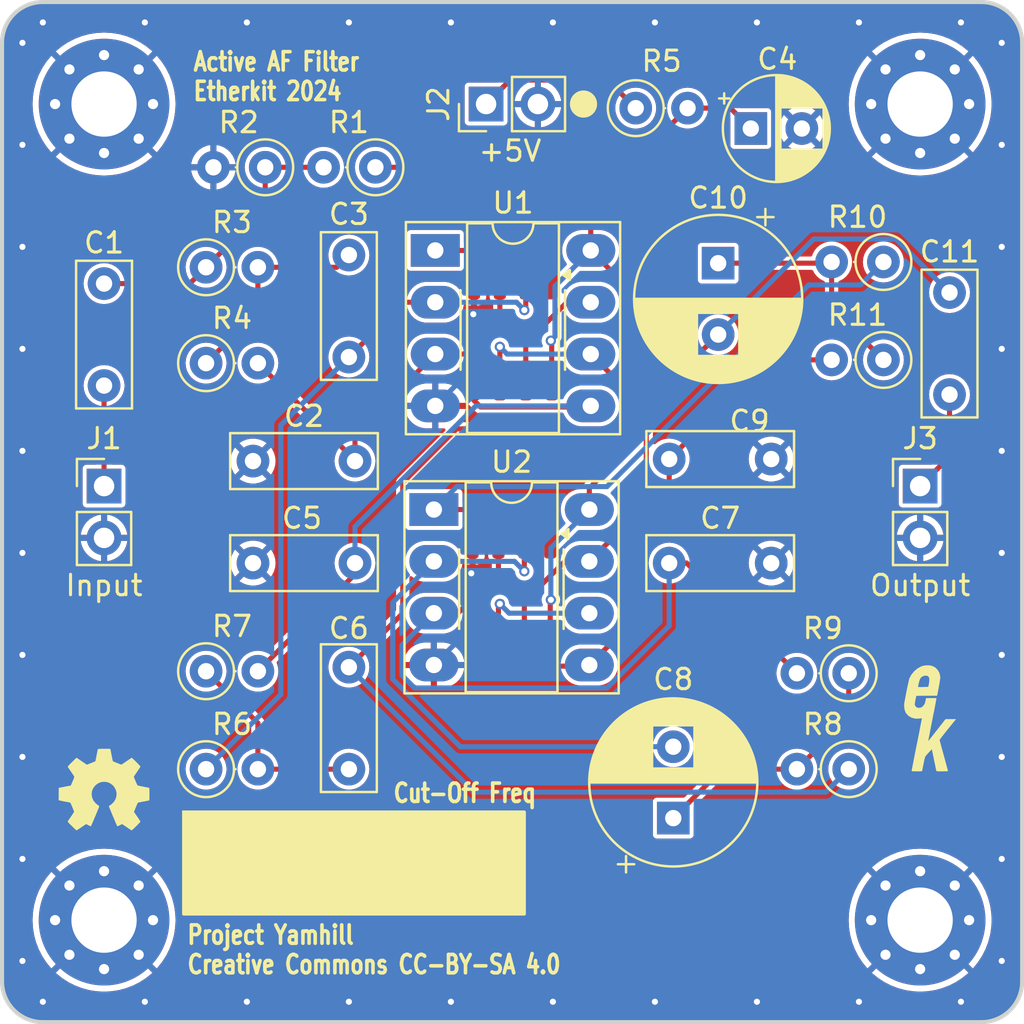
<source format=kicad_pcb>
(kicad_pcb (version 20240108) (generator "pcbnew") (generator_version "8.0")
  (title_block (title "Project Yamhill") (date "2024-03-20") (rev "B") (company "Etherkit"))
  (layers (0 "F.Cu" signal) (31 "B.Cu" signal) (34 "B.Paste" user) (35 "F.Paste" user) (36 "B.SilkS" user "B.Silkscreen") (37 "F.SilkS" user "F.Silkscreen") (38 "B.Mask" user) (39 "F.Mask" user) (44 "Edge.Cuts" user))
  (net 0 "")
  (net 1 "GND")
  (net 2 "Net-(J1-Pin_1)")
  (net 3 "Net-(C1-Pad2)")
  (net 4 "Net-(U1A-+)")
  (net 5 "Net-(C3-Pad1)")
  (net 6 "Net-(U1A--)")
  (net 7 "Net-(U1A-V+)")
  (net 8 "Net-(U1B-+)")
  (net 9 "Net-(C6-Pad1)")
  (net 10 "Net-(U1B--)")
  (net 11 "Net-(C8-Pad1)")
  (net 12 "Net-(C10-Pad1)")
  (net 13 "Net-(J3-Pin_1)")
  (net 14 "Net-(J2-Pin_1)")
  (net 15 "Net-(U2A-+)")
  (net 16 "Net-(U2A--)")
  (net 17 "Net-(U2B-+)")
  (net 18 "Net-(U2B--)")
  (footprint "EtherkitKicadLibrary:DIP-8_SOIC-8_Combo" (layer "F.Cu") (at 121.165 74.875)
    (property "Reference" "U2" (at 3.81 -2.33 0) (layer "F.SilkS"))
    (property "Value" "TLV9362")
    (pad "1" thru_hole rect (at 0 0) (size 2.4 1.6) (drill 0.8) (layers "*.Cu" "*.Mask") (net 16 "Net-(U2A--)"))
    (pad "1" smd roundrect (at 5.705 1.425 270) (size 1.95 0.6) (layers "F.Cu" "F.Paste" "F.Mask") (net 16 "Net-(U2A--)"))
    (pad "2" thru_hole oval (at 0 2.54) (size 2.4 1.6) (drill 0.8) (layers "*.Cu" "*.Mask") (net 16 "Net-(U2A--)"))
    (pad "2" smd roundrect (at 4.435 1.425 270) (size 1.95 0.6) (layers "F.Cu" "F.Paste" "F.Mask") (net 16 "Net-(U2A--)"))
    (pad "3" thru_hole oval (at 0 5.08) (size 2.4 1.6) (drill 0.8) (layers "*.Cu" "*.Mask") (net 15 "Net-(U2A-+)"))
    (pad "3" smd roundrect (at 3.165 1.425 270) (size 1.95 0.6) (layers "F.Cu" "F.Paste" "F.Mask") (net 15 "Net-(U2A-+)"))
    (pad "4" thru_hole oval (at 0 7.62) (size 2.4 1.6) (drill 0.8) (layers "*.Cu" "*.Mask") (net 1 "GND"))
    (pad "4" smd roundrect (at 1.895 1.425 270) (size 1.95 0.6) (layers "F.Cu" "F.Paste" "F.Mask") (net 1 "GND"))
    (pad "5" smd roundrect (at 1.895 6.375 270) (size 1.95 0.6) (layers "F.Cu" "F.Paste" "F.Mask") (net 17 "Net-(U2B-+)"))
    (pad "5" thru_hole oval (at 7.62 7.62) (size 2.4 1.6) (drill 0.8) (layers "*.Cu" "*.Mask") (net 17 "Net-(U2B-+)"))
    (pad "6" smd roundrect (at 3.165 6.375 270) (size 1.95 0.6) (layers "F.Cu" "F.Paste" "F.Mask") (net 18 "Net-(U2B--)"))
    (pad "6" thru_hole oval (at 7.62 5.08) (size 2.4 1.6) (drill 0.8) (layers "*.Cu" "*.Mask") (net 18 "Net-(U2B--)"))
    (pad "7" smd roundrect (at 4.435 6.375 270) (size 1.95 0.6) (layers "F.Cu" "F.Paste" "F.Mask") (net 18 "Net-(U2B--)"))
    (pad "7" thru_hole oval (at 7.62 2.54) (size 2.4 1.6) (drill 0.8) (layers "*.Cu" "*.Mask") (net 18 "Net-(U2B--)"))
    (pad "8" smd roundrect (at 5.705 6.375 270) (size 1.95 0.6) (layers "F.Cu" "F.Paste" "F.Mask") (net 7 "Net-(U1A-V+)"))
    (pad "8" thru_hole oval (at 7.62 0) (size 2.4 1.6) (drill 0.8) (layers "*.Cu" "*.Mask") (net 7 "Net-(U1A-V+)"))
  )
  (footprint "Capacitor_THT:CP_Radial_D5.0mm_P2.50mm" (layer "F.Cu") (at 136.7 56.2)
    (property "Reference" "C4" (at 1.3 -3.4 0) (layer "F.SilkS"))
    (property "Value" "10u ")
    (pad "1" thru_hole rect (at 0 0) (size 1.6 1.6) (drill 0.8) (layers "*.Cu" "*.Mask") (net 7 "Net-(U1A-V+)"))
    (pad "2" thru_hole circle (at 2.5 0) (size 1.6 1.6) (drill 0.8) (layers "*.Cu" "*.Mask") (net 1 "GND"))
  )
  (footprint "Capacitor_THT:CP_Radial_D8.0mm_P3.50mm" (layer "F.Cu") (at 135.1 62.8 -90)
    (property "Reference" "C10" (at -3.2 0 0) (layer "F.SilkS"))
    (property "Value" "C_Small")
    (pad "1" thru_hole rect (at 0 0 270) (size 1.6 1.6) (drill 0.8) (layers "*.Cu" "*.Mask") (net 12 "Net-(C10-Pad1)"))
    (pad "2" thru_hole circle (at 3.5 0 270) (size 1.6 1.6) (drill 0.8) (layers "*.Cu" "*.Mask") (net 18 "Net-(U2B--)"))
  )
  (footprint "Capacitor_THT:C_Rect_L7.0mm_W2.5mm_P5.00mm" (layer "F.Cu") (at 117 87.6 90)
    (property "Reference" "C6" (at 6.9 0 180) (layer "F.SilkS"))
    (property "Value" "C_Small")
    (pad "1" thru_hole circle (at 0 0 90) (size 1.6 1.6) (drill 0.8) (layers "*.Cu" "*.Mask") (net 9 "Net-(C6-Pad1)"))
    (pad "2" thru_hole circle (at 5 0 90) (size 1.6 1.6) (drill 0.8) (layers "*.Cu" "*.Mask") (net 10 "Net-(U1B--)"))
  )
  (footprint "Resistor_THT:R_Axial_DIN0207_L6.3mm_D2.5mm_P2.54mm_Vertical" (layer "F.Cu") (at 118.3 58.1 180)
    (property "Reference" "R1" (at 1.3 2.2 0) (layer "F.SilkS"))
    (property "Value" "10k")
    (pad "1" thru_hole circle (at 0 0 180) (size 1.6 1.6) (drill 0.8) (layers "*.Cu" "*.Mask") (net 7 "Net-(U1A-V+)"))
    (pad "2" thru_hole oval (at 2.54 0 180) (size 1.6 1.6) (drill 0.8) (layers "*.Cu" "*.Mask") (net 3 "Net-(C1-Pad2)"))
  )
  (footprint "Capacitor_THT:C_Rect_L7.0mm_W2.5mm_P5.00mm" (layer "F.Cu") (at 146.44 64.24 -90)
    (property "Reference" "C11" (at -2 0 180) (layer "F.SilkS"))
    (property "Value" "1u")
    (pad "1" thru_hole circle (at 0 0 270) (size 1.6 1.6) (drill 0.8) (layers "*.Cu" "*.Mask") (net 18 "Net-(U2B--)"))
    (pad "2" thru_hole circle (at 5 0 270) (size 1.6 1.6) (drill 0.8) (layers "*.Cu" "*.Mask") (net 13 "Net-(J3-Pin_1)"))
  )
  (footprint "Capacitor_THT:C_Rect_L7.0mm_W2.5mm_P5.00mm" (layer "F.Cu") (at 117.3 77.5 180)
    (property "Reference" "C5" (at 2.6 2.2 0) (layer "F.SilkS"))
    (property "Value" "C_Small")
    (pad "1" thru_hole circle (at 0 0 180) (size 1.6 1.6) (drill 0.8) (layers "*.Cu" "*.Mask") (net 8 "Net-(U1B-+)"))
    (pad "2" thru_hole circle (at 5 0 180) (size 1.6 1.6) (drill 0.8) (layers "*.Cu" "*.Mask") (net 1 "GND"))
  )
  (footprint "Capacitor_THT:C_Rect_L7.0mm_W2.5mm_P5.00mm" (layer "F.Cu") (at 132.7 72.4)
    (property "Reference" "C9" (at 3.94 -1.86 0) (layer "F.SilkS"))
    (property "Value" "C_Small")
    (pad "1" thru_hole circle (at 0 0) (size 1.6 1.6) (drill 0.8) (layers "*.Cu" "*.Mask") (net 17 "Net-(U2B-+)"))
    (pad "2" thru_hole circle (at 5 0) (size 1.6 1.6) (drill 0.8) (layers "*.Cu" "*.Mask") (net 1 "GND"))
  )
  (footprint "Resistor_THT:R_Axial_DIN0207_L6.3mm_D2.5mm_P2.54mm_Vertical" (layer "F.Cu") (at 141.5 87.6 180)
    (property "Reference" "R8" (at 1.27 2.2 0) (layer "F.SilkS"))
    (property "Value" "R_US")
    (pad "1" thru_hole circle (at 0 0 180) (size 1.6 1.6) (drill 0.8) (layers "*.Cu" "*.Mask") (net 10 "Net-(U1B--)"))
    (pad "2" thru_hole oval (at 2.54 0 180) (size 1.6 1.6) (drill 0.8) (layers "*.Cu" "*.Mask") (net 11 "Net-(C8-Pad1)"))
  )
  (footprint "Connector_PinHeader_2.54mm:PinHeader_1x02_P2.54mm_Vertical" (layer "F.Cu") (at 145 73.725)
    (property "Reference" "J3" (at 0 -2.33 0) (layer "F.SilkS"))
    (property "Value" "Output" (at 0 4.87 0) (layer "F.SilkS"))
    (pad "1" thru_hole rect (at 0 0) (size 1.7 1.7) (drill 1) (layers "*.Cu" "*.Mask") (net 13 "Net-(J3-Pin_1)"))
    (pad "2" thru_hole oval (at 0 2.54) (size 1.7 1.7) (drill 1) (layers "*.Cu" "*.Mask") (net 1 "GND"))
  )
  (footprint "Resistor_THT:R_Axial_DIN0207_L6.3mm_D2.5mm_P2.54mm_Vertical" (layer "F.Cu") (at 110 67.7)
    (property "Reference" "R4" (at 1.27 -2.2 0) (layer "F.SilkS"))
    (property "Value" "R_US")
    (pad "1" thru_hole circle (at 0 0) (size 1.6 1.6) (drill 0.8) (layers "*.Cu" "*.Mask") (net 5 "Net-(C3-Pad1)"))
    (pad "2" thru_hole oval (at 2.54 0) (size 1.6 1.6) (drill 0.8) (layers "*.Cu" "*.Mask") (net 4 "Net-(U1A-+)"))
  )
  (footprint "Resistor_THT:R_Axial_DIN0207_L6.3mm_D2.5mm_P2.54mm_Vertical" (layer "F.Cu") (at 110 82.8)
    (property "Reference" "R7" (at 1.27 -2.2 0) (layer "F.SilkS"))
    (property "Value" "R_US")
    (pad "1" thru_hole circle (at 0 0) (size 1.6 1.6) (drill 0.8) (layers "*.Cu" "*.Mask") (net 9 "Net-(C6-Pad1)"))
    (pad "2" thru_hole oval (at 2.54 0) (size 1.6 1.6) (drill 0.8) (layers "*.Cu" "*.Mask") (net 8 "Net-(U1B-+)"))
  )
  (footprint "EtherkitKicadLibrary:OSHWLogo4mm" (layer "F.Cu") (at 105 88.6)
    (property "Reference" "G***" (hide yes))
    (property "Value" "LOGO" (hide yes))
  )
  (footprint "MountingHole:MountingHole_3.2mm_M3_Pad_Via" (layer "F.Cu") (at 105 55)
    (property "Reference" "H1" (hide yes))
    (property "Value" "MountingHole_Pad" (hide yes))
    (pad "1" thru_hole circle (at -2.4 0) (size 0.8 0.8) (drill 0.5) (layers "*.Cu" "*.Mask") (net 1 "GND"))
    (pad "1" thru_hole circle (at -1.697056 -1.697056) (size 0.8 0.8) (drill 0.5) (layers "*.Cu" "*.Mask") (net 1 "GND"))
    (pad "1" thru_hole circle (at -1.697056 1.697056) (size 0.8 0.8) (drill 0.5) (layers "*.Cu" "*.Mask") (net 1 "GND"))
    (pad "1" thru_hole circle (at 0 -2.4) (size 0.8 0.8) (drill 0.5) (layers "*.Cu" "*.Mask") (net 1 "GND"))
    (pad "1" thru_hole circle (at 0 0) (size 6.4 6.4) (drill 3.2) (layers "*.Cu" "*.Mask") (net 1 "GND"))
    (pad "1" thru_hole circle (at 0 2.4) (size 0.8 0.8) (drill 0.5) (layers "*.Cu" "*.Mask") (net 1 "GND"))
    (pad "1" thru_hole circle (at 1.697056 -1.697056) (size 0.8 0.8) (drill 0.5) (layers "*.Cu" "*.Mask") (net 1 "GND"))
    (pad "1" thru_hole circle (at 1.697056 1.697056) (size 0.8 0.8) (drill 0.5) (layers "*.Cu" "*.Mask") (net 1 "GND"))
    (pad "1" thru_hole circle (at 2.4 0) (size 0.8 0.8) (drill 0.5) (layers "*.Cu" "*.Mask") (net 1 "GND"))
  )
  (footprint "Connector_PinHeader_2.54mm:PinHeader_1x02_P2.54mm_Vertical" (layer "F.Cu") (at 123.725 55 90)
    (property "Reference" "J2" (at 0 -2.33 90) (layer "F.SilkS"))
    (property "Value" "+5V" (at -2.3 1.175 180) (layer "F.SilkS"))
    (pad "1" thru_hole rect (at 0 0 90) (size 1.7 1.7) (drill 1) (layers "*.Cu" "*.Mask") (net 14 "Net-(J2-Pin_1)"))
    (pad "2" thru_hole oval (at 0 2.54 90) (size 1.7 1.7) (drill 1) (layers "*.Cu" "*.Mask") (net 1 "GND"))
  )
  (footprint "Resistor_THT:R_Axial_DIN0207_L6.3mm_D2.5mm_P2.54mm_Vertical" (layer "F.Cu") (at 143.2 62.74 180)
    (property "Reference" "R10" (at 1.27 2.2 0) (layer "F.SilkS"))
    (property "Value" "R_US")
    (pad "1" thru_hole circle (at 0 0 180) (size 1.6 1.6) (drill 0.8) (layers "*.Cu" "*.Mask") (net 16 "Net-(U2A--)"))
    (pad "2" thru_hole oval (at 2.54 0 180) (size 1.6 1.6) (drill 0.8) (layers "*.Cu" "*.Mask") (net 12 "Net-(C10-Pad1)"))
  )
  (footprint "Capacitor_THT:C_Rect_L7.0mm_W2.5mm_P5.00mm" (layer "F.Cu") (at 117.3 72.5 180)
    (property "Reference" "C2" (at 2.5 2.2 0) (layer "F.SilkS"))
    (property "Value" "C_Small")
    (pad "1" thru_hole circle (at 0 0 180) (size 1.6 1.6) (drill 0.8) (layers "*.Cu" "*.Mask") (net 4 "Net-(U1A-+)"))
    (pad "2" thru_hole circle (at 5 0 180) (size 1.6 1.6) (drill 0.8) (layers "*.Cu" "*.Mask") (net 1 "GND"))
  )
  (footprint "Resistor_THT:R_Axial_DIN0207_L6.3mm_D2.5mm_P2.54mm_Vertical" (layer "F.Cu") (at 110 63)
    (property "Reference" "R3" (at 1.27 -2.2 0) (layer "F.SilkS"))
    (property "Value" "R_US")
    (pad "1" thru_hole circle (at 0 0) (size 1.6 1.6) (drill 0.8) (layers "*.Cu" "*.Mask") (net 3 "Net-(C1-Pad2)"))
    (pad "2" thru_hole oval (at 2.54 0) (size 1.6 1.6) (drill 0.8) (layers "*.Cu" "*.Mask") (net 5 "Net-(C3-Pad1)"))
  )
  (footprint "MountingHole:MountingHole_3.2mm_M3_Pad_Via" (layer "F.Cu") (at 145 55)
    (property "Reference" "H4" (hide yes))
    (property "Value" "MountingHole_Pad" (hide yes))
    (pad "1" thru_hole circle (at -2.4 0) (size 0.8 0.8) (drill 0.5) (layers "*.Cu" "*.Mask") (net 1 "GND"))
    (pad "1" thru_hole circle (at -1.697056 -1.697056) (size 0.8 0.8) (drill 0.5) (layers "*.Cu" "*.Mask") (net 1 "GND"))
    (pad "1" thru_hole circle (at -1.697056 1.697056) (size 0.8 0.8) (drill 0.5) (layers "*.Cu" "*.Mask") (net 1 "GND"))
    (pad "1" thru_hole circle (at 0 -2.4) (size 0.8 0.8) (drill 0.5) (layers "*.Cu" "*.Mask") (net 1 "GND"))
    (pad "1" thru_hole circle (at 0 0) (size 6.4 6.4) (drill 3.2) (layers "*.Cu" "*.Mask") (net 1 "GND"))
    (pad "1" thru_hole circle (at 0 2.4) (size 0.8 0.8) (drill 0.5) (layers "*.Cu" "*.Mask") (net 1 "GND"))
    (pad "1" thru_hole circle (at 1.697056 -1.697056) (size 0.8 0.8) (drill 0.5) (layers "*.Cu" "*.Mask") (net 1 "GND"))
    (pad "1" thru_hole circle (at 1.697056 1.697056) (size 0.8 0.8) (drill 0.5) (layers "*.Cu" "*.Mask") (net 1 "GND"))
    (pad "1" thru_hole circle (at 2.4 0) (size 0.8 0.8) (drill 0.5) (layers "*.Cu" "*.Mask") (net 1 "GND"))
  )
  (footprint "Resistor_THT:R_Axial_DIN0207_L6.3mm_D2.5mm_P2.54mm_Vertical" (layer "F.Cu") (at 110 87.6)
    (property "Reference" "R6" (at 1.27 -2.2 0) (layer "F.SilkS"))
    (property "Value" "R_US")
    (pad "1" thru_hole circle (at 0 0) (size 1.6 1.6) (drill 0.8) (layers "*.Cu" "*.Mask") (net 6 "Net-(U1A--)"))
    (pad "2" thru_hole oval (at 2.54 0) (size 1.6 1.6) (drill 0.8) (layers "*.Cu" "*.Mask") (net 9 "Net-(C6-Pad1)"))
  )
  (footprint "Resistor_THT:R_Axial_DIN0207_L6.3mm_D2.5mm_P2.54mm_Vertical" (layer "F.Cu") (at 141.5 82.9 180)
    (property "Reference" "R9" (at 1.27 2.2 0) (layer "F.SilkS"))
    (property "Value" "R_US")
    (pad "1" thru_hole circle (at 0 0 180) (size 1.6 1.6) (drill 0.8) (layers "*.Cu" "*.Mask") (net 11 "Net-(C8-Pad1)"))
    (pad "2" thru_hole oval (at 2.54 0 180) (size 1.6 1.6) (drill 0.8) (layers "*.Cu" "*.Mask") (net 15 "Net-(U2A-+)"))
  )
  (footprint "Resistor_THT:R_Axial_DIN0207_L6.3mm_D2.5mm_P2.54mm_Vertical" (layer "F.Cu") (at 143.2 67.54 180)
    (property "Reference" "R11" (at 1.27 2.2 0) (layer "F.SilkS"))
    (property "Value" "R_US")
    (pad "1" thru_hole circle (at 0 0 180) (size 1.6 1.6) (drill 0.8) (layers "*.Cu" "*.Mask") (net 12 "Net-(C10-Pad1)"))
    (pad "2" thru_hole oval (at 2.54 0 180) (size 1.6 1.6) (drill 0.8) (layers "*.Cu" "*.Mask") (net 17 "Net-(U2B-+)"))
  )
  (footprint "MountingHole:MountingHole_3.2mm_M3_Pad_Via" (layer "F.Cu") (at 145 95)
    (property "Reference" "H3" (hide yes))
    (property "Value" "MountingHole_Pad" (hide yes))
    (pad "1" thru_hole circle (at -2.4 0) (size 0.8 0.8) (drill 0.5) (layers "*.Cu" "*.Mask") (net 1 "GND"))
    (pad "1" thru_hole circle (at -1.697056 -1.697056) (size 0.8 0.8) (drill 0.5) (layers "*.Cu" "*.Mask") (net 1 "GND"))
    (pad "1" thru_hole circle (at -1.697056 1.697056) (size 0.8 0.8) (drill 0.5) (layers "*.Cu" "*.Mask") (net 1 "GND"))
    (pad "1" thru_hole circle (at 0 -2.4) (size 0.8 0.8) (drill 0.5) (layers "*.Cu" "*.Mask") (net 1 "GND"))
    (pad "1" thru_hole circle (at 0 0) (size 6.4 6.4) (drill 3.2) (layers "*.Cu" "*.Mask") (net 1 "GND"))
    (pad "1" thru_hole circle (at 0 2.4) (size 0.8 0.8) (drill 0.5) (layers "*.Cu" "*.Mask") (net 1 "GND"))
    (pad "1" thru_hole circle (at 1.697056 -1.697056) (size 0.8 0.8) (drill 0.5) (layers "*.Cu" "*.Mask") (net 1 "GND"))
    (pad "1" thru_hole circle (at 1.697056 1.697056) (size 0.8 0.8) (drill 0.5) (layers "*.Cu" "*.Mask") (net 1 "GND"))
    (pad "1" thru_hole circle (at 2.4 0) (size 0.8 0.8) (drill 0.5) (layers "*.Cu" "*.Mask") (net 1 "GND"))
  )
  (footprint "MountingHole:MountingHole_3.2mm_M3_Pad_Via" (layer "F.Cu") (at 105 95)
    (property "Reference" "H2" (hide yes))
    (property "Value" "MountingHole_Pad" (hide yes))
    (pad "1" thru_hole circle (at -2.4 0) (size 0.8 0.8) (drill 0.5) (layers "*.Cu" "*.Mask") (net 1 "GND"))
    (pad "1" thru_hole circle (at -1.697056 -1.697056) (size 0.8 0.8) (drill 0.5) (layers "*.Cu" "*.Mask") (net 1 "GND"))
    (pad "1" thru_hole circle (at -1.697056 1.697056) (size 0.8 0.8) (drill 0.5) (layers "*.Cu" "*.Mask") (net 1 "GND"))
    (pad "1" thru_hole circle (at 0 -2.4) (size 0.8 0.8) (drill 0.5) (layers "*.Cu" "*.Mask") (net 1 "GND"))
    (pad "1" thru_hole circle (at 0 0) (size 6.4 6.4) (drill 3.2) (layers "*.Cu" "*.Mask") (net 1 "GND"))
    (pad "1" thru_hole circle (at 0 2.4) (size 0.8 0.8) (drill 0.5) (layers "*.Cu" "*.Mask") (net 1 "GND"))
    (pad "1" thru_hole circle (at 1.697056 -1.697056) (size 0.8 0.8) (drill 0.5) (layers "*.Cu" "*.Mask") (net 1 "GND"))
    (pad "1" thru_hole circle (at 1.697056 1.697056) (size 0.8 0.8) (drill 0.5) (layers "*.Cu" "*.Mask") (net 1 "GND"))
    (pad "1" thru_hole circle (at 2.4 0) (size 0.8 0.8) (drill 0.5) (layers "*.Cu" "*.Mask") (net 1 "GND"))
  )
  (footprint "EtherkitKicadLibrary:DIP-8_SOIC-8_Combo" (layer "F.Cu") (at 121.235 62.175)
    (property "Reference" "U1" (at 3.81 -2.33 0) (layer "F.SilkS"))
    (property "Value" "TLV9362")
    (pad "1" thru_hole rect (at 0 0) (size 2.4 1.6) (drill 0.8) (layers "*.Cu" "*.Mask") (net 6 "Net-(U1A--)"))
    (pad "1" smd roundrect (at 5.705 1.425 270) (size 1.95 0.6) (layers "F.Cu" "F.Paste" "F.Mask") (net 6 "Net-(U1A--)"))
    (pad "2" thru_hole oval (at 0 2.54) (size 2.4 1.6) (drill 0.8) (layers "*.Cu" "*.Mask") (net 6 "Net-(U1A--)"))
    (pad "2" smd roundrect (at 4.435 1.425 270) (size 1.95 0.6) (layers "F.Cu" "F.Paste" "F.Mask") (net 6 "Net-(U1A--)"))
    (pad "3" thru_hole oval (at 0 5.08) (size 2.4 1.6) (drill 0.8) (layers "*.Cu" "*.Mask") (net 4 "Net-(U1A-+)"))
    (pad "3" smd roundrect (at 3.165 1.425 270) (size 1.95 0.6) (layers "F.Cu" "F.Paste" "F.Mask") (net 4 "Net-(U1A-+)"))
    (pad "4" thru_hole oval (at 0 7.62) (size 2.4 1.6) (drill 0.8) (layers "*.Cu" "*.Mask") (net 1 "GND"))
    (pad "4" smd roundrect (at 1.895 1.425 270) (size 1.95 0.6) (layers "F.Cu" "F.Paste" "F.Mask") (net 1 "GND"))
    (pad "5" smd roundrect (at 1.895 6.375 270) (size 1.95 0.6) (layers "F.Cu" "F.Paste" "F.Mask") (net 8 "Net-(U1B-+)"))
    (pad "5" thru_hole oval (at 7.62 7.62) (size 2.4 1.6) (drill 0.8) (layers "*.Cu" "*.Mask") (net 8 "Net-(U1B-+)"))
    (pad "6" smd roundrect (at 3.165 6.375 270) (size 1.95 0.6) (layers "F.Cu" "F.Paste" "F.Mask") (net 10 "Net-(U1B--)"))
    (pad "6" thru_hole oval (at 7.62 5.08) (size 2.4 1.6) (drill 0.8) (layers "*.Cu" "*.Mask") (net 10 "Net-(U1B--)"))
    (pad "7" smd roundrect (at 4.435 6.375 270) (size 1.95 0.6) (layers "F.Cu" "F.Paste" "F.Mask") (net 10 "Net-(U1B--)"))
    (pad "7" thru_hole oval (at 7.62 2.54) (size 2.4 1.6) (drill 0.8) (layers "*.Cu" "*.Mask") (net 10 "Net-(U1B--)"))
    (pad "8" smd roundrect (at 5.705 6.375 270) (size 1.95 0.6) (layers "F.Cu" "F.Paste" "F.Mask") (net 7 "Net-(U1A-V+)"))
    (pad "8" thru_hole oval (at 7.62 0) (size 2.4 1.6) (drill 0.8) (layers "*.Cu" "*.Mask") (net 7 "Net-(U1A-V+)"))
  )
  (footprint "Capacitor_THT:CP_Radial_D8.0mm_P3.50mm" (layer "F.Cu") (at 132.9 90 90)
    (property "Reference" "C8" (at 6.8 0 180) (layer "F.SilkS"))
    (property "Value" "C_Small")
    (pad "1" thru_hole rect (at 0 0 90) (size 1.6 1.6) (drill 0.8) (layers "*.Cu" "*.Mask") (net 11 "Net-(C8-Pad1)"))
    (pad "2" thru_hole circle (at 3.5 0 90) (size 1.6 1.6) (drill 0.8) (layers "*.Cu" "*.Mask") (net 16 "Net-(U2A--)"))
  )
  (footprint "Capacitor_THT:C_Rect_L7.0mm_W2.5mm_P5.00mm" (layer "F.Cu") (at 132.7 77.5)
    (property "Reference" "C7" (at 2.5 -2.2 0) (layer "F.SilkS"))
    (property "Value" "C_Small")
    (pad "1" thru_hole circle (at 0 0) (size 1.6 1.6) (drill 0.8) (layers "*.Cu" "*.Mask") (net 15 "Net-(U2A-+)"))
    (pad "2" thru_hole circle (at 5 0) (size 1.6 1.6) (drill 0.8) (layers "*.Cu" "*.Mask") (net 1 "GND"))
  )
  (footprint "Capacitor_THT:C_Rect_L7.0mm_W2.5mm_P5.00mm" (layer "F.Cu") (at 117 62.4 -90)
    (property "Reference" "C3" (at -2 0 180) (layer "F.SilkS"))
    (property "Value" "C_Small")
    (pad "1" thru_hole circle (at 0 0 270) (size 1.6 1.6) (drill 0.8) (layers "*.Cu" "*.Mask") (net 5 "Net-(C3-Pad1)"))
    (pad "2" thru_hole circle (at 5 0 270) (size 1.6 1.6) (drill 0.8) (layers "*.Cu" "*.Mask") (net 6 "Net-(U1A--)"))
  )
  (footprint "Connector_PinHeader_2.54mm:PinHeader_1x02_P2.54mm_Vertical" (layer "F.Cu") (at 105 73.725)
    (property "Reference" "J1" (at 0 -2.33 0) (layer "F.SilkS"))
    (property "Value" "Input" (at 0 4.87 0) (layer "F.SilkS"))
    (pad "1" thru_hole rect (at 0 0) (size 1.7 1.7) (drill 1) (layers "*.Cu" "*.Mask") (net 2 "Net-(J1-Pin_1)"))
    (pad "2" thru_hole oval (at 0 2.54) (size 1.7 1.7) (drill 1) (layers "*.Cu" "*.Mask") (net 1 "GND"))
  )
  (footprint "Resistor_THT:R_Axial_DIN0207_L6.3mm_D2.5mm_P2.54mm_Vertical" (layer "F.Cu") (at 131.06 55.2)
    (property "Reference" "R5" (at 1.27 -2.3 0) (layer "F.SilkS"))
    (property "Value" "47")
    (pad "1" thru_hole circle (at 0 0) (size 1.6 1.6) (drill 0.8) (layers "*.Cu" "*.Mask") (net 14 "Net-(J2-Pin_1)"))
    (pad "2" thru_hole oval (at 2.54 0) (size 1.6 1.6) (drill 0.8) (layers "*.Cu" "*.Mask") (net 7 "Net-(U1A-V+)"))
  )
  (footprint "Resistor_THT:R_Axial_DIN0207_L6.3mm_D2.5mm_P2.54mm_Vertical" (layer "F.Cu") (at 112.9 58.1 180)
    (property "Reference" "R2" (at 1.3 2.2 0) (layer "F.SilkS"))
    (property "Value" "10k")
    (pad "1" thru_hole circle (at 0 0 180) (size 1.6 1.6) (drill 0.8) (layers "*.Cu" "*.Mask") (net 3 "Net-(C1-Pad2)"))
    (pad "2" thru_hole oval (at 2.54 0 180) (size 1.6 1.6) (drill 0.8) (layers "*.Cu" "*.Mask") (net 1 "GND"))
  )
  (footprint "EtherkitKicadLibrary:EtherkitLogoSmall" (layer "F.Cu") (at 145.5 85.1)
    (property "Reference" "Ref**" (hide yes))
    (property "Value" "Val**" (hide yes))
  )
  (footprint "Capacitor_THT:C_Rect_L7.0mm_W2.5mm_P5.00mm" (layer "F.Cu") (at 105 68.8 90)
    (property "Reference" "C1" (at 7 0 180) (layer "F.SilkS"))
    (property "Value" "1u")
    (pad "1" thru_hole circle (at 0 0 90) (size 1.6 1.6) (drill 0.8) (layers "*.Cu" "*.Mask") (net 2 "Net-(J1-Pin_1)"))
    (pad "2" thru_hole circle (at 5 0 90) (size 1.6 1.6) (drill 0.8) (layers "*.Cu" "*.Mask") (net 3 "Net-(C1-Pad2)"))
  )
  (gr_circle (center 128.5 55) (end 129.065685 55) (stroke (width 0.2)) (fill solid) (layer "F.SilkS"))
  (gr_rect (start 108.9 89.7) (end 125.6 94.7) (stroke (width 0.15)) (fill solid) (layer "F.SilkS"))
  (gr_line (start 148 100) (end 102 100) (stroke (width 0.2)) (layer "Edge.Cuts"))
  (gr_arc (start 102 100) (mid 100.585786 99.414214) (end 100 98) (stroke (width 0.2)) (layer "Edge.Cuts"))
  (gr_arc (start 148 50) (mid 149.414214 50.585786) (end 150 52) (stroke (width 0.2)) (layer "Edge.Cuts"))
  (gr_arc (start 100 52) (mid 100.585786 50.585786) (end 102 50) (stroke (width 0.2)) (layer "Edge.Cuts"))
  (gr_line (start 100 98) (end 100 52) (stroke (width 0.2)) (layer "Edge.Cuts"))
  (gr_line (start 102 50) (end 148 50) (stroke (width 0.2)) (layer "Edge.Cuts"))
  (gr_arc (start 150 98) (mid 149.414214 99.414214) (end 148 100) (stroke (width 0.2)) (layer "Edge.Cuts"))
  (gr_line (start 150 52) (end 150 98) (stroke (width 0.2)) (layer "Edge.Cuts"))
  (gr_text "Rev B" (at 142.9 90.2 0) (layer "F.Cu" knockout) (effects (font (size 1.2 1) (thickness 0.25) (bold yes)) (justify left bottom)))
  (gr_text "Cut-Off Freq" (at 119.1 89.3 0) (layer "F.SilkS") (effects (font (size 0.9 0.7) (thickness 0.175) (bold yes)) (justify left bottom)))
  (gr_text "Project Yamhill\nCreative Commons CC-BY-SA 4.0" (at 109 97.7 0) (layer "F.SilkS") (effects (font (size 0.9 0.7) (thickness 0.175) (bold yes)) (justify left bottom)))
  (gr_text "Active AF Filter\nEtherkit 2024" (at 109.3 54.9 0) (layer "F.SilkS") (effects (font (size 0.9 0.7) (thickness 0.175) (bold yes)) (justify left bottom)))
  (segment (start 123.06 77.94) (end 123 78) (width 0.25) (layer "F.Cu") (net 1))
  (segment (start 123.13 63.6) (end 123.13 65.27) (width 0.25) (layer "F.Cu") (net 1))
  (segment (start 123.13 65.27) (end 123.1 65.3) (width 0.25) (layer "F.Cu") (net 1))
  (segment (start 123.06 76.3) (end 123.06 77.94) (width 0.25) (layer "F.Cu") (net 1))
  (via (at 123.1 65.3) (size 0.5) (drill 0.3) (layers "F.Cu" "B.Cu") (net 1))
  (via (at 123 78) (size 0.5) (drill 0.3) (layers "F.Cu" "B.Cu") (net 1))
  (via (at 122 99) (size 0.6) (drill 0.3) (layers "F.Cu" "B.Cu") (net 1))
  (via (at 142 99) (size 0.6) (drill 0.3) (layers "F.Cu" "B.Cu") (net 1))
  (via (at 149 87) (size 0.6) (drill 0.3) (layers "F.Cu" "B.Cu") (net 1))
  (via (at 147 51) (size 0.6) (drill 0.3) (layers "F.Cu" "B.Cu") (net 1))
  (via (at 101 87) (size 0.6) (drill 0.3) (layers "F.Cu" "B.Cu") (net 1))
  (via (at 149 77) (size 0.6) (drill 0.3) (layers "F.Cu" "B.Cu") (net 1))
  (via (at 101 72) (size 0.6) (drill 0.3) (layers "F.Cu" "B.Cu") (net 1))
  (via (at 122 51) (size 0.6) (drill 0.3) (layers "F.Cu" "B.Cu") (net 1))
  (via (at 112 99) (size 0.6) (drill 0.3) (layers "F.Cu" "B.Cu") (net 1))
  (via (at 142 51) (size 0.6) (drill 0.3) (layers "F.Cu" "B.Cu") (net 1))
  (via (at 127 51) (size 0.6) (drill 0.3) (layers "F.Cu" "B.Cu") (net 1))
  (via (at 149 67) (size 0.6) (drill 0.3) (layers "F.Cu" "B.Cu") (net 1))
  (via (at 149 97) (size 0.6) (drill 0.3) (layers "F.Cu" "B.Cu") (net 1))
  (via (at 149 52) (size 0.6) (drill 0.3) (layers "F.Cu" "B.Cu") (net 1))
  (via (at 149 82) (size 0.6) (drill 0.3) (layers "F.Cu" "B.Cu") (net 1))
  (via (at 101 57) (size 0.6) (drill 0.3) (layers "F.Cu" "B.Cu") (net 1))
  (via (at 101 52) (size 0.6) (drill 0.3) (layers "F.Cu" "B.Cu") (net 1))
  (via (at 107 99) (size 0.6) (drill 0.3) (layers "F.Cu" "B.Cu") (net 1))
  (via (at 132 51) (size 0.6) (drill 0.3) (layers "F.Cu" "B.Cu") (net 1))
  (via (at 117 51) (size 0.6) (drill 0.3) (layers "F.Cu" "B.Cu") (net 1))
  (via (at 127 99) (size 0.6) (drill 0.3) (layers "F.Cu" "B.Cu") (net 1))
  (via (at 102 51) (size 0.6) (drill 0.3) (layers "F.Cu" "B.Cu") (net 1))
  (via (at 149 72) (size 0.6) (drill 0.3) (layers "F.Cu" "B.Cu") (net 1))
  (via (at 137 99) (size 0.6) (drill 0.3) (layers "F.Cu" "B.Cu") (net 1))
  (via (at 101 62) (size 0.6) (drill 0.3) (layers "F.Cu" "B.Cu") (net 1))
  (via (at 101 67) (size 0.6) (drill 0.3) (layers "F.Cu" "B.Cu") (net 1))
  (via (at 112 51) (size 0.6) (drill 0.3) (layers "F.Cu" "B.Cu") (net 1))
  (via (at 107 51) (size 0.6) (drill 0.3) (layers "F.Cu" "B.Cu") (net 1))
  (via (at 149 62) (size 0.6) (drill 0.3) (layers "F.Cu" "B.Cu") (net 1))
  (via (at 149 57) (size 0.6) (drill 0.3) (layers "F.Cu" "B.Cu") (net 1))
  (via (at 137 51) (size 0.6) (drill 0.3) (layers "F.Cu" "B.Cu") (net 1))
  (via (at 101 82) (size 0.6) (drill 0.3) (layers "F.Cu" "B.Cu") (net 1))
  (via (at 149 92) (size 0.6) (drill 0.3) (layers "F.Cu" "B.Cu") (net 1))
  (via (at 132 99) (size 0.6) (drill 0.3) (layers "F.Cu" "B.Cu") (net 1))
  (via (at 101 97) (size 0.6) (drill 0.3) (layers "F.Cu" "B.Cu") (net 1))
  (via (at 102 99) (size 0.6) (drill 0.3) (layers "F.Cu" "B.Cu") (net 1))
  (via (at 147 99) (size 0.6) (drill 0.3) (layers "F.Cu" "B.Cu") (net 1))
  (via (at 101 92) (size 0.6) (drill 0.3) (layers "F.Cu" "B.Cu") (net 1))
  (via (at 101 77) (size 0.6) (drill 0.3) (layers "F.Cu" "B.Cu") (net 1))
  (via (at 117 99) (size 0.6) (drill 0.3) (layers "F.Cu" "B.Cu") (net 1))
  (segment (start 123 80.66) (end 121.165 82.495) (width 0.25) (layer "B.Cu") (net 1))
  (segment (start 123.1 67.93) (end 121.235 69.795) (width 0.25) (layer "B.Cu") (net 1))
  (segment (start 123 78) (end 123 80.66) (width 0.25) (layer "B.Cu") (net 1))
  (segment (start 123.1 65.3) (end 123.1 67.93) (width 0.25) (layer "B.Cu") (net 1))
  (segment (start 105 73.725) (end 105 68.8) (width 0.25) (layer "F.Cu") (net 2))
  (segment (start 112.9 58.1) (end 112.9 60.1) (width 0.25) (layer "F.Cu") (net 3))
  (segment (start 109.200001 63.799999) (end 110 63) (width 0.25) (layer "F.Cu") (net 3))
  (segment (start 115.76 58.1) (end 112.9 58.1) (width 0.25) (layer "F.Cu") (net 3))
  (segment (start 112.9 60.1) (end 110 63) (width 0.25) (layer "F.Cu") (net 3))
  (segment (start 105 63.8) (end 109.200001 63.799999) (width 0.25) (layer "F.Cu") (net 3))
  (segment (start 121.235 67.255) (end 117.3 71.19) (width 0.25) (layer "F.Cu") (net 4))
  (segment (start 124.4 63.6) (end 124.4 65.5) (width 0.25) (layer "F.Cu") (net 4))
  (segment (start 124.4 65.5) (end 122.645 67.255) (width 0.25) (layer "F.Cu") (net 4))
  (segment (start 117.3 71.19) (end 117.3 72.5) (width 0.25) (layer "F.Cu") (net 4))
  (segment (start 117.3 72.46) (end 117.3 72.5) (width 0.25) (layer "F.Cu") (net 4))
  (segment (start 122.645 67.255) (end 121.235 67.255) (width 0.25) (layer "F.Cu") (net 4))
  (segment (start 112.54 67.7) (end 117.3 72.46) (width 0.25) (layer "F.Cu") (net 4))
  (segment (start 116.4 63) (end 117 62.4) (width 0.25) (layer "F.Cu") (net 5))
  (segment (start 112.54 63) (end 112.54 65.16) (width 0.25) (layer "F.Cu") (net 5))
  (segment (start 112.54 63) (end 116.4 63) (width 0.25) (layer "F.Cu") (net 5))
  (segment (start 112.54 65.16) (end 110 67.7) (width 0.25) (layer "F.Cu") (net 5))
  (segment (start 121.235 64.715) (end 119.685 64.715) (width 0.25) (layer "F.Cu") (net 6))
  (segment (start 126.775 62.175) (end 126.94 62.34) (width 0.25) (layer "F.Cu") (net 6))
  (segment (start 125.67 63.6) (end 126.94 63.6) (width 0.25) (layer "F.Cu") (net 6))
  (segment (start 125.67 63.6) (end 125.67 65.03) (width 0.25) (layer "F.Cu") (net 6))
  (segment (start 125.67 65.03) (end 125.6 65.1) (width 0.25) (layer "F.Cu") (net 6))
  (segment (start 119.685 64.715) (end 117 67.4) (width 0.25) (layer "F.Cu") (net 6))
  (segment (start 126.94 62.34) (end 126.94 63.6) (width 0.25) (layer "F.Cu") (net 6))
  (segment (start 121.235 62.175) (end 126.775 62.175) (width 0.25) (layer "F.Cu") (net 6))
  (via (at 125.6 65.1) (size 0.5) (drill 0.3) (layers "F.Cu" "B.Cu") (net 6))
  (segment (start 113.665 70.735) (end 113.665 83.935) (width 0.25) (layer "B.Cu") (net 6))
  (segment (start 117 67.4) (end 113.665 70.735) (width 0.25) (layer "B.Cu") (net 6))
  (segment (start 125.215 64.715) (end 121.235 64.715) (width 0.25) (layer "B.Cu") (net 6))
  (segment (start 113.665 83.935) (end 110 87.6) (width 0.25) (layer "B.Cu") (net 6))
  (segment (start 125.6 65.1) (end 125.215 64.715) (width 0.25) (layer "B.Cu") (net 6))
  (segment (start 130.83 64.15) (end 128.855 62.175) (width 0.25) (layer "F.Cu") (net 7))
  (segment (start 128.855 59.945) (end 130.7 58.1) (width 0.25) (layer "F.Cu") (net 7))
  (segment (start 126.94 66.64) (end 126.9 66.6) (width 0.25) (layer "F.Cu") (net 7))
  (segment (start 130.83 71.78) (end 130.83 64.15) (width 0.25) (layer "F.Cu") (net 7))
  (segment (start 135.7 55.2) (end 136.7 56.2) (width 0.25) (layer "F.Cu") (net 7))
  (segment (start 133.6 55.2) (end 130.7 58.1) (width 0.25) (layer "F.Cu") (net 7))
  (segment (start 133.6 55.2) (end 135.7 55.2) (width 0.25) (layer "F.Cu") (net 7))
  (segment (start 126.94 68.55) (end 126.94 66.64) (width 0.25) (layer "F.Cu") (net 7))
  (segment (start 130.7 58.1) (end 118.3 58.1) (width 0.25) (layer "F.Cu") (net 7))
  (segment (start 128.785 73.825) (end 130.83 71.78) (width 0.25) (layer "F.Cu") (net 7))
  (segment (start 126.87 81.25) (end 126.87 79.33) (width 0.25) (layer "F.Cu") (net 7))
  (segment (start 128.855 62.175) (end 128.855 59.945) (width 0.25) (layer "F.Cu") (net 7))
  (segment (start 128.785 74.875) (end 128.785 73.825) (width 0.25) (layer "F.Cu") (net 7))
  (segment (start 126.87 79.33) (end 126.9 79.3) (width 0.25) (layer "F.Cu") (net 7))
  (via (at 126.9 79.3) (size 0.5) (drill 0.3) (layers "F.Cu" "B.Cu") (net 7))
  (via (at 126.9 66.6) (size 0.5) (drill 0.3) (layers "F.Cu" "B.Cu") (net 7))
  (segment (start 127.1 66.4) (end 127.1 63.93) (width 0.25) (layer "B.Cu") (net 7))
  (segment (start 126.9 76.76) (end 128.785 74.875) (width 0.25) (layer "B.Cu") (net 7))
  (segment (start 126.9 79.3) (end 126.9 76.76) (width 0.25) (layer "B.Cu") (net 7))
  (segment (start 126.9 66.6) (end 127.1 66.4) (width 0.25) (layer "B.Cu") (net 7))
  (segment (start 127.1 63.93) (end 128.855 62.175) (width 0.25) (layer "B.Cu") (net 7))
  (segment (start 128.8 69.85) (end 128.855 69.795) (width 0.25) (layer "F.Cu") (net 8))
  (segment (start 117.3 78.04) (end 117.3 77.5) (width 0.25) (layer "F.Cu") (net 8))
  (segment (start 123.13 68.55) (end 123.13 69.524999) (width 0.25) (layer "F.Cu") (net 8))
  (segment (start 123.455001 69.85) (end 128.8 69.85) (width 0.25) (layer "F.Cu") (net 8))
  (segment (start 123.13 69.524999) (end 123.455001 69.85) (width 0.25) (layer "F.Cu") (net 8))
  (segment (start 112.54 82.8) (end 117.3 78.04) (width 0.25) (layer "F.Cu") (net 8))
  (segment (start 117.335 77.535) (end 117.3 77.5) (width 0.25) (layer "F.Cu") (net 8))
  (segment (start 117.3 75.72099) (end 123.22599 69.795) (width 0.25) (layer "B.Cu") (net 8))
  (segment (start 117.3 77.5) (end 117.3 75.72099) (width 0.25) (layer "B.Cu") (net 8))
  (segment (start 123.22599 69.795) (end 128.855 69.795) (width 0.25) (layer "B.Cu") (net 8))
  (segment (start 112.54 85.34) (end 110 82.8) (width 0.25) (layer "F.Cu") (net 9))
  (segment (start 117 87.6) (end 112.54 87.6) (width 0.25) (layer "F.Cu") (net 9))
  (segment (start 112.54 87.6) (end 112.54 85.34) (width 0.25) (layer "F.Cu") (net 9))
  (segment (start 125.67 68.55) (end 125.67 66.73) (width 0.25) (layer "F.Cu") (net 10))
  (segment (start 122.28 70.92) (end 129.72099 70.92) (width 0.25) (layer "F.Cu") (net 10))
  (segment (start 130.38 70.26099) (end 130.38 68.78) (width 0.25) (layer "F.Cu") (net 10))
  (segment (start 119.64 73.56) (end 122.28 70.92) (width 0.25) (layer "F.Cu") (net 10))
  (segment (start 119.64 79.96) (end 119.64 73.56) (width 0.25) (layer "F.Cu") (net 10))
  (segment (start 117.015 82.615) (end 117 82.6) (width 0.25) (layer "F.Cu") (net 10))
  (segment (start 130.38 68.78) (end 128.855 67.255) (width 0.25) (layer "F.Cu") (net 10))
  (segment (start 125.67 66.73) (end 127.685 64.715) (width 0.25) (layer "F.Cu") (net 10))
  (segment (start 117 82.6) (end 119.64 79.96) (width 0.25) (layer "F.Cu") (net 10))
  (segment (start 124.4 68.55) (end 124.4 66.9) (width 0.25) (layer "F.Cu") (net 10))
  (segment (start 124.4 68.55) (end 125.67 68.55) (width 0.25) (layer "F.Cu") (net 10))
  (segment (start 127.685 64.715) (end 128.855 64.715) (width 0.25) (layer "F.Cu") (net 10))
  (segment (start 129.72099 70.92) (end 130.38 70.26099) (width 0.25) (layer "F.Cu") (net 10))
  (via (at 124.4 66.9) (size 0.5) (drill 0.3) (layers "F.Cu" "B.Cu") (net 10))
  (segment (start 141.5 87.6) (end 140.375 88.725) (width 0.25) (layer "B.Cu") (net 10))
  (segment (start 123.125 88.725) (end 117 82.6) (width 0.25) (layer "B.Cu") (net 10))
  (segment (start 124.755 67.255) (end 128.855 67.255) (width 0.25) (layer "B.Cu") (net 10))
  (segment (start 124.4 66.9) (end 124.755 67.255) (width 0.25) (layer "B.Cu") (net 10))
  (segment (start 140.375 88.725) (end 123.125 88.725) (width 0.25) (layer "B.Cu") (net 10))
  (segment (start 135.3 87.6) (end 132.9 90) (width 0.25) (layer "F.Cu") (net 11))
  (segment (start 141.5 82.9) (end 141.5 85.06) (width 0.25) (layer "F.Cu") (net 11))
  (segment (start 141.5 85.06) (end 138.96 87.6) (width 0.25) (layer "F.Cu") (net 11))
  (segment (start 138.96 87.6) (end 135.3 87.6) (width 0.25) (layer "F.Cu") (net 11))
  (segment (start 140.6 62.8) (end 140.66 62.74) (width 0.25) (layer "F.Cu") (net 12))
  (segment (start 140.66 62.74) (end 140.66 65) (width 0.25) (layer "F.Cu") (net 12))
  (segment (start 140.66 65) (end 143.2 67.54) (width 0.25) (layer "F.Cu") (net 12))
  (segment (start 135.1 62.8) (end 140.6 62.8) (width 0.25) (layer "F.Cu") (net 12))
  (segment (start 146.44 72.285) (end 145 73.725) (width 0.25) (layer "F.Cu") (net 13))
  (segment (start 146.44 69.24) (end 146.44 72.285) (width 0.25) (layer "F.Cu") (net 13))
  (segment (start 129.685 53.825) (end 131.06 55.2) (width 0.25) (layer "F.Cu") (net 14))
  (segment (start 123.725 55) (end 124.9 53.825) (width 0.25) (layer "F.Cu") (net 14))
  (segment (start 124.9 53.825) (end 129.685 53.825) (width 0.25) (layer "F.Cu") (net 14))
  (segment (start 122.345 79.955) (end 121.165 79.955) (width 0.25) (layer "F.Cu") (net 15))
  (segment (start 138.96 82.9) (end 133.56 77.5) (width 0.25) (layer "F.Cu") (net 15))
  (segment (start 133.56 77.5) (end 132.7 77.5) (width 0.25) (layer "F.Cu") (net 15))
  (segment (start 124.33 77.97) (end 122.345 79.955) (width 0.25) (layer "F.Cu") (net 15))
  (segment (start 124.33 76.3) (end 124.33 77.97) (width 0.25) (layer "F.Cu") (net 15))
  (segment (start 119.6 83) (end 119.6 81.52) (width 0.25) (layer "B.Cu") (net 15))
  (segment (start 120.22 83.62) (end 119.6 83) (width 0.25) (layer "B.Cu") (net 15))
  (segment (start 119.6 81.52) (end 121.165 79.955) (width 0.25) (layer "B.Cu") (net 15))
  (segment (start 132.7 80.57099) (end 129.65099 83.62) (width 0.25) (layer "B.Cu") (net 15))
  (segment (start 132.7 77.5) (end 132.7 80.57099) (width 0.25) (layer "B.Cu") (net 15))
  (segment (start 129.65099 83.62) (end 120.22 83.62) (width 0.25) (layer "B.Cu") (net 15))
  (segment (start 121.165 74.875) (end 126.575 74.875) (width 0.25) (layer "F.Cu") (net 16))
  (segment (start 126.575 74.875) (end 126.87 75.17) (width 0.25) (layer "F.Cu") (net 16))
  (segment (start 125.6 76.3) (end 126.87 76.3) (width 0.25) (layer "F.Cu") (net 16))
  (segment (start 126.87 76.3) (end 126.87 75.17) (width 0.25) (layer "F.Cu") (net 16))
  (segment (start 125.6 76.3) (end 125.6 77.9) (width 0.25) (layer "F.Cu") (net 16))
  (via (at 125.6 77.9) (size 0.5) (drill 0.3) (layers "F.Cu" "B.Cu") (net 16))
  (segment (start 142.075 63.865) (end 143.2 62.74) (width 0.25) (layer "B.Cu") (net 16))
  (segment (start 129.65 73.75) (end 139.535 63.865) (width 0.25) (layer "B.Cu") (net 16))
  (segment (start 125.6 77.9) (end 125.115 77.415) (width 0.25) (layer "B.Cu") (net 16))
  (segment (start 132.9 86.5) (end 122.463604 86.5) (width 0.25) (layer "B.Cu") (net 16))
  (segment (start 119.15 83.186396) (end 119.15 79.43) (width 0.25) (layer "B.Cu") (net 16))
  (segment (start 122.29 73.75) (end 129.65 73.75) (width 0.25) (layer "B.Cu") (net 16))
  (segment (start 119.15 79.43) (end 121.165 77.415) (width 0.25) (layer "B.Cu") (net 16))
  (segment (start 143.2 62.74) (end 142.809009 62.74) (width 0.25) (layer "B.Cu") (net 16))
  (segment (start 139.535 63.865) (end 142.075 63.865) (width 0.25) (layer "B.Cu") (net 16))
  (segment (start 122.463604 86.5) (end 119.15 83.186396) (width 0.25) (layer "B.Cu") (net 16))
  (segment (start 125.115 77.415) (end 121.165 77.415) (width 0.25) (layer "B.Cu") (net 16))
  (segment (start 121.165 74.875) (end 122.29 73.75) (width 0.25) (layer "B.Cu") (net 16))
  (segment (start 128.785 82.495) (end 128.73 82.55) (width 0.25) (layer "F.Cu") (net 17))
  (segment (start 123.06 82.06) (end 123.06 81.25) (width 0.25) (layer "F.Cu") (net 17))
  (segment (start 123.55 82.55) (end 123.06 82.06) (width 0.25) (layer "F.Cu") (net 17))
  (segment (start 132.7 72.4) (end 132.7 74.136396) (width 0.25) (layer "F.Cu") (net 17))
  (segment (start 128.73 82.55) (end 123.55 82.55) (width 0.25) (layer "F.Cu") (net 17))
  (segment (start 131.55 75.286396) (end 131.55 79.73) (width 0.25) (layer "F.Cu") (net 17))
  (segment (start 132.7 74.136396) (end 131.55 75.286396) (width 0.25) (layer "F.Cu") (net 17))
  (segment (start 131.55 79.73) (end 128.785 82.495) (width 0.25) (layer "F.Cu") (net 17))
  (segment (start 140.66 67.54) (end 137.56 67.54) (width 0.25) (layer "F.Cu") (net 17))
  (segment (start 137.56 67.54) (end 132.7 72.4) (width 0.25) (layer "F.Cu") (net 17))
  (segment (start 124.5 79.4) (end 124.4 79.5) (width 0.25) (layer "F.Cu") (net 18))
  (segment (start 128.785 77.415) (end 131.575 74.625) (width 0.25) (layer "F.Cu") (net 18))
  (segment (start 124.33 79.57) (end 124.4 79.5) (width 0.25) (layer "F.Cu") (net 18))
  (segment (start 131.575 69.825) (end 135.1 66.3) (width 0.25) (layer "F.Cu") (net 18))
  (segment (start 125.6 79.4) (end 127.585 77.415) (width 0.25) (layer "F.Cu") (net 18))
  (segment (start 124.33 81.25) (end 124.33 79.57) (width 0.25) (layer "F.Cu") (net 18))
  (segment (start 125.6 81.25) (end 125.6 79.4) (width 0.25) (layer "F.Cu") (net 18))
  (segment (start 131.575 74.625) (end 131.575 69.825) (width 0.25) (layer "F.Cu") (net 18))
  (segment (start 127.585 77.415) (end 128.785 77.415) (width 0.25) (layer "F.Cu") (net 18))
  (segment (start 124.33 81.25) (end 125.6 81.25) (width 0.25) (layer "F.Cu") (net 18))
  (via (at 124.4 79.5) (size 0.5) (drill 0.3) (layers "F.Cu" "B.Cu") (net 18))
  (segment (start 139.785 61.615) (end 135.1 66.3) (width 0.25) (layer "B.Cu") (net 18))
  (segment (start 143.815 61.615) (end 139.785 61.615) (width 0.25) (layer "B.Cu") (net 18))
  (segment (start 124.855 79.955) (end 128.785 79.955) (width 0.25) (layer "B.Cu") (net 18))
  (segment (start 146.44 64.24) (end 143.815 61.615) (width 0.25) (layer "B.Cu") (net 18))
  (segment (start 124.4 79.5) (end 124.855 79.955) (width 0.25) (layer "B.Cu") (net 18))
  (zone (net 1) (net_name "GND") (layers "F&B.Cu") (name "Ground Plane") (connect_pads (clearance 0.15)) (min_thickness 0.15) (fill yes (thermal_gap 0.3) (thermal_bridge_width 0.3) (smoothing chamfer) (radius 1) (island_removal_mode 2) (island_area_min 10))
    (polygon (pts (xy 99.974457 49.974457) (xy 149.972139 50.027861) (xy 149.966772 99.966772) (xy 100 100)))
  )
)
</source>
